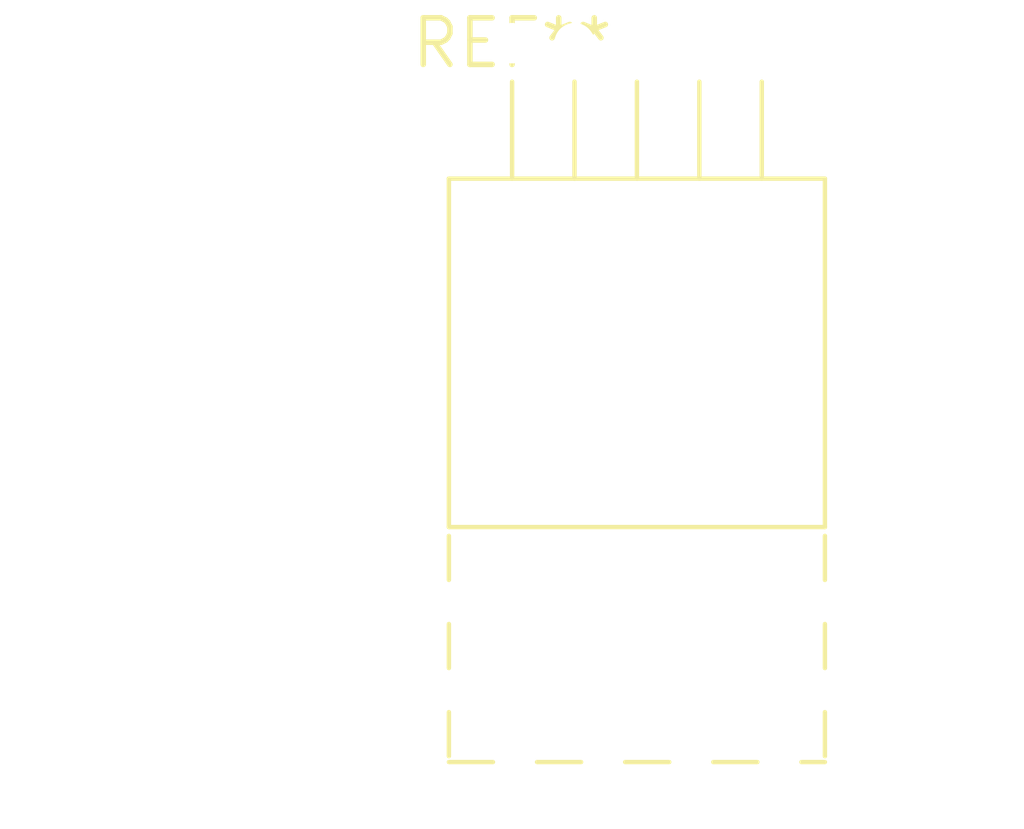
<source format=kicad_pcb>
(kicad_pcb (version 20240108) (generator pcbnew)
  (layers (0 "F.Cu" signal) (31 "B.Cu" signal) (34 "B.Paste" user) (35 "F.Paste" user) (36 "B.SilkS" user "B.Silkscreen") (37 "F.SilkS" user "F.Silkscreen") (38 "B.Mask" user) (39 "F.Mask" user) (44 "Edge.Cuts" user))
  (net 0 "")
  (footprint "TO-220-5_Horizontal_TabUp" (layer "F.Cu") (at 0 0)
    (property "Reference" "REF**")
    (property "Value" "TO-220-5_Horizontal_TabUp")
    (fp_line (start -1.721 3.69) (end -1.721 13.18) (layer "F.SilkS") (stroke (width 0.12)))
    (fp_line (start -1.721 3.69) (end 8.52 3.69) (layer "F.SilkS") (stroke (width 0.12)))
    (fp_line (start -1.721 13.18) (end 8.52 13.18) (layer "F.SilkS") (stroke (width 0.12)))
    (fp_line (start -1.721 13.42) (end -1.721 14.62) (layer "F.SilkS") (stroke (width 0.12)))
    (fp_line (start -1.721 15.82) (end -1.721 17.02) (layer "F.SilkS") (stroke (width 0.12)))
    (fp_line (start -1.721 18.22) (end -1.721 19.42) (layer "F.SilkS") (stroke (width 0.12)))
    (fp_line (start -1.721 19.58) (end -0.521 19.58) (layer "F.SilkS") (stroke (width 0.12)))
    (fp_line (start 0 1.05) (end 0 3.69) (layer "F.SilkS") (stroke (width 0.12)))
    (fp_line (start 0.68 19.58) (end 1.88 19.58) (layer "F.SilkS") (stroke (width 0.12)))
    (fp_line (start 1.7 1.05) (end 1.7 3.69) (layer "F.SilkS") (stroke (width 0.12)))
    (fp_line (start 3.08 19.58) (end 4.28 19.58) (layer "F.SilkS") (stroke (width 0.12)))
    (fp_line (start 3.4 1.05) (end 3.4 3.69) (layer "F.SilkS") (stroke (width 0.12)))
    (fp_line (start 5.1 1.05) (end 5.1 3.69) (layer "F.SilkS") (stroke (width 0.12)))
    (fp_line (start 5.48 19.58) (end 6.68 19.58) (layer "F.SilkS") (stroke (width 0.12)))
    (fp_line (start 6.8 1.05) (end 6.8 3.69) (layer "F.SilkS") (stroke (width 0.12)))
    (fp_line (start 7.88 19.58) (end 8.52 19.58) (layer "F.SilkS") (stroke (width 0.12)))
    (fp_line (start 8.52 3.69) (end 8.52 13.18) (layer "F.SilkS") (stroke (width 0.12)))
    (fp_line (start 8.52 13.42) (end 8.52 14.62) (layer "F.SilkS") (stroke (width 0.12)))
    (fp_line (start 8.52 15.82) (end 8.52 17.02) (layer "F.SilkS") (stroke (width 0.12)))
    (fp_line (start 8.52 18.22) (end 8.52 19.42) (layer "F.SilkS") (stroke (width 0.12)))
    (pad "" np_thru_hole oval (at 3.4 16.66) (size 3.5 3.5) (drill 3.5) (layers *.Cu *.Mask))
    (pad "1" thru_hole rect (at 0 0) (size 1.275 1.8) (drill 1.1) (layers *.Cu *.Mask) (remove_unused_layers))
    (pad "2" thru_hole oval (at 1.7 0) (size 1.275 1.8) (drill 1.1) (layers *.Cu *.Mask) (remove_unused_layers))
    (pad "3" thru_hole oval (at 3.4 0) (size 1.275 1.8) (drill 1.1) (layers *.Cu *.Mask) (remove_unused_layers))
    (pad "4" thru_hole oval (at 5.1 0) (size 1.275 1.8) (drill 1.1) (layers *.Cu *.Mask) (remove_unused_layers))
    (pad "5" thru_hole oval (at 6.8 0) (size 1.275 1.8) (drill 1.1) (layers *.Cu *.Mask) (remove_unused_layers))
  )
)
</source>
